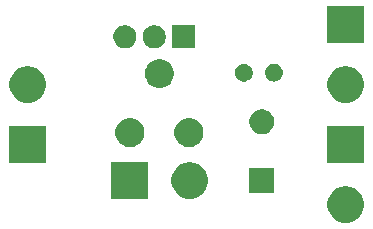
<source format=gbr>
G04 #@! TF.GenerationSoftware,KiCad,Pcbnew,(5.1.2)-2*
G04 #@! TF.CreationDate,2019-08-28T16:57:34+07:00*
G04 #@! TF.ProjectId,regulator_clock,72656775-6c61-4746-9f72-5f636c6f636b,rev?*
G04 #@! TF.SameCoordinates,Original*
G04 #@! TF.FileFunction,Soldermask,Top*
G04 #@! TF.FilePolarity,Negative*
%FSLAX46Y46*%
G04 Gerber Fmt 4.6, Leading zero omitted, Abs format (unit mm)*
G04 Created by KiCad (PCBNEW (5.1.2)-2) date 2019-08-28 16:57:34*
%MOMM*%
%LPD*%
G04 APERTURE LIST*
%ADD10C,0.100000*%
G04 APERTURE END LIST*
D10*
G36*
X116126585Y-87886802D02*
G01*
X116276410Y-87916604D01*
X116558674Y-88033521D01*
X116812705Y-88203259D01*
X117028741Y-88419295D01*
X117198479Y-88673326D01*
X117315396Y-88955590D01*
X117375000Y-89255240D01*
X117375000Y-89560760D01*
X117315396Y-89860410D01*
X117198479Y-90142674D01*
X117028741Y-90396705D01*
X116812705Y-90612741D01*
X116558674Y-90782479D01*
X116276410Y-90899396D01*
X116126585Y-90929198D01*
X115976761Y-90959000D01*
X115671239Y-90959000D01*
X115521415Y-90929198D01*
X115371590Y-90899396D01*
X115089326Y-90782479D01*
X114835295Y-90612741D01*
X114619259Y-90396705D01*
X114449521Y-90142674D01*
X114332604Y-89860410D01*
X114273000Y-89560760D01*
X114273000Y-89255240D01*
X114332604Y-88955590D01*
X114449521Y-88673326D01*
X114619259Y-88419295D01*
X114835295Y-88203259D01*
X115089326Y-88033521D01*
X115371590Y-87916604D01*
X115521415Y-87886802D01*
X115671239Y-87857000D01*
X115976761Y-87857000D01*
X116126585Y-87886802D01*
X116126585Y-87886802D01*
G37*
G36*
X102918585Y-85854802D02*
G01*
X103068410Y-85884604D01*
X103350674Y-86001521D01*
X103604705Y-86171259D01*
X103820741Y-86387295D01*
X103990479Y-86641326D01*
X104107396Y-86923590D01*
X104167000Y-87223240D01*
X104167000Y-87528760D01*
X104107396Y-87828410D01*
X103990479Y-88110674D01*
X103820741Y-88364705D01*
X103604705Y-88580741D01*
X103350674Y-88750479D01*
X103068410Y-88867396D01*
X102918585Y-88897198D01*
X102768761Y-88927000D01*
X102463239Y-88927000D01*
X102313415Y-88897198D01*
X102163590Y-88867396D01*
X101881326Y-88750479D01*
X101627295Y-88580741D01*
X101411259Y-88364705D01*
X101241521Y-88110674D01*
X101124604Y-87828410D01*
X101065000Y-87528760D01*
X101065000Y-87223240D01*
X101124604Y-86923590D01*
X101241521Y-86641326D01*
X101411259Y-86387295D01*
X101627295Y-86171259D01*
X101881326Y-86001521D01*
X102163590Y-85884604D01*
X102313415Y-85854802D01*
X102463239Y-85825000D01*
X102768761Y-85825000D01*
X102918585Y-85854802D01*
X102918585Y-85854802D01*
G37*
G36*
X99087000Y-88927000D02*
G01*
X95985000Y-88927000D01*
X95985000Y-85825000D01*
X99087000Y-85825000D01*
X99087000Y-88927000D01*
X99087000Y-88927000D01*
G37*
G36*
X109763000Y-88427000D02*
G01*
X107661000Y-88427000D01*
X107661000Y-86325000D01*
X109763000Y-86325000D01*
X109763000Y-88427000D01*
X109763000Y-88427000D01*
G37*
G36*
X117375000Y-85879000D02*
G01*
X114273000Y-85879000D01*
X114273000Y-82777000D01*
X117375000Y-82777000D01*
X117375000Y-85879000D01*
X117375000Y-85879000D01*
G37*
G36*
X90451000Y-85879000D02*
G01*
X87349000Y-85879000D01*
X87349000Y-82777000D01*
X90451000Y-82777000D01*
X90451000Y-85879000D01*
X90451000Y-85879000D01*
G37*
G36*
X102774205Y-82114461D02*
G01*
X102892153Y-82137922D01*
X102984194Y-82176047D01*
X103114359Y-82229963D01*
X103314342Y-82363587D01*
X103484413Y-82533658D01*
X103618037Y-82733641D01*
X103710078Y-82955848D01*
X103757000Y-83191741D01*
X103757000Y-83432259D01*
X103710078Y-83668152D01*
X103618037Y-83890359D01*
X103484413Y-84090342D01*
X103314342Y-84260413D01*
X103114359Y-84394037D01*
X102984194Y-84447953D01*
X102892153Y-84486078D01*
X102774205Y-84509539D01*
X102656259Y-84533000D01*
X102415741Y-84533000D01*
X102297795Y-84509539D01*
X102179847Y-84486078D01*
X102087806Y-84447953D01*
X101957641Y-84394037D01*
X101757658Y-84260413D01*
X101587587Y-84090342D01*
X101453963Y-83890359D01*
X101361922Y-83668152D01*
X101315000Y-83432259D01*
X101315000Y-83191741D01*
X101361922Y-82955848D01*
X101453963Y-82733641D01*
X101587587Y-82533658D01*
X101757658Y-82363587D01*
X101957641Y-82229963D01*
X102087806Y-82176047D01*
X102179847Y-82137922D01*
X102297795Y-82114461D01*
X102415741Y-82091000D01*
X102656259Y-82091000D01*
X102774205Y-82114461D01*
X102774205Y-82114461D01*
G37*
G36*
X97774205Y-82114461D02*
G01*
X97892153Y-82137922D01*
X97984194Y-82176047D01*
X98114359Y-82229963D01*
X98314342Y-82363587D01*
X98484413Y-82533658D01*
X98618037Y-82733641D01*
X98710078Y-82955848D01*
X98757000Y-83191741D01*
X98757000Y-83432259D01*
X98710078Y-83668152D01*
X98618037Y-83890359D01*
X98484413Y-84090342D01*
X98314342Y-84260413D01*
X98114359Y-84394037D01*
X97984194Y-84447953D01*
X97892153Y-84486078D01*
X97774205Y-84509539D01*
X97656259Y-84533000D01*
X97415741Y-84533000D01*
X97297795Y-84509539D01*
X97179847Y-84486078D01*
X97087806Y-84447953D01*
X96957641Y-84394037D01*
X96757658Y-84260413D01*
X96587587Y-84090342D01*
X96453963Y-83890359D01*
X96361922Y-83668152D01*
X96315000Y-83432259D01*
X96315000Y-83191741D01*
X96361922Y-82955848D01*
X96453963Y-82733641D01*
X96587587Y-82533658D01*
X96757658Y-82363587D01*
X96957641Y-82229963D01*
X97087806Y-82176047D01*
X97179847Y-82137922D01*
X97297795Y-82114461D01*
X97415741Y-82091000D01*
X97656259Y-82091000D01*
X97774205Y-82114461D01*
X97774205Y-82114461D01*
G37*
G36*
X109018564Y-81365389D02*
G01*
X109209833Y-81444615D01*
X109209835Y-81444616D01*
X109381973Y-81559635D01*
X109528365Y-81706027D01*
X109643385Y-81878167D01*
X109722611Y-82069436D01*
X109763000Y-82272484D01*
X109763000Y-82479516D01*
X109722611Y-82682564D01*
X109701454Y-82733641D01*
X109643384Y-82873835D01*
X109528365Y-83045973D01*
X109381973Y-83192365D01*
X109209835Y-83307384D01*
X109209834Y-83307385D01*
X109209833Y-83307385D01*
X109018564Y-83386611D01*
X108815516Y-83427000D01*
X108608484Y-83427000D01*
X108405436Y-83386611D01*
X108214167Y-83307385D01*
X108214166Y-83307385D01*
X108214165Y-83307384D01*
X108042027Y-83192365D01*
X107895635Y-83045973D01*
X107780616Y-82873835D01*
X107722546Y-82733641D01*
X107701389Y-82682564D01*
X107661000Y-82479516D01*
X107661000Y-82272484D01*
X107701389Y-82069436D01*
X107780615Y-81878167D01*
X107895635Y-81706027D01*
X108042027Y-81559635D01*
X108214165Y-81444616D01*
X108214167Y-81444615D01*
X108405436Y-81365389D01*
X108608484Y-81325000D01*
X108815516Y-81325000D01*
X109018564Y-81365389D01*
X109018564Y-81365389D01*
G37*
G36*
X89202585Y-77726802D02*
G01*
X89352410Y-77756604D01*
X89634674Y-77873521D01*
X89888705Y-78043259D01*
X90104741Y-78259295D01*
X90274479Y-78513326D01*
X90391396Y-78795590D01*
X90451000Y-79095240D01*
X90451000Y-79400760D01*
X90391396Y-79700410D01*
X90274479Y-79982674D01*
X90104741Y-80236705D01*
X89888705Y-80452741D01*
X89634674Y-80622479D01*
X89352410Y-80739396D01*
X89202585Y-80769198D01*
X89052761Y-80799000D01*
X88747239Y-80799000D01*
X88597415Y-80769198D01*
X88447590Y-80739396D01*
X88165326Y-80622479D01*
X87911295Y-80452741D01*
X87695259Y-80236705D01*
X87525521Y-79982674D01*
X87408604Y-79700410D01*
X87349000Y-79400760D01*
X87349000Y-79095240D01*
X87408604Y-78795590D01*
X87525521Y-78513326D01*
X87695259Y-78259295D01*
X87911295Y-78043259D01*
X88165326Y-77873521D01*
X88447590Y-77756604D01*
X88597415Y-77726802D01*
X88747239Y-77697000D01*
X89052761Y-77697000D01*
X89202585Y-77726802D01*
X89202585Y-77726802D01*
G37*
G36*
X116126585Y-77726802D02*
G01*
X116276410Y-77756604D01*
X116558674Y-77873521D01*
X116812705Y-78043259D01*
X117028741Y-78259295D01*
X117198479Y-78513326D01*
X117315396Y-78795590D01*
X117375000Y-79095240D01*
X117375000Y-79400760D01*
X117315396Y-79700410D01*
X117198479Y-79982674D01*
X117028741Y-80236705D01*
X116812705Y-80452741D01*
X116558674Y-80622479D01*
X116276410Y-80739396D01*
X116126585Y-80769198D01*
X115976761Y-80799000D01*
X115671239Y-80799000D01*
X115521415Y-80769198D01*
X115371590Y-80739396D01*
X115089326Y-80622479D01*
X114835295Y-80452741D01*
X114619259Y-80236705D01*
X114449521Y-79982674D01*
X114332604Y-79700410D01*
X114273000Y-79400760D01*
X114273000Y-79095240D01*
X114332604Y-78795590D01*
X114449521Y-78513326D01*
X114619259Y-78259295D01*
X114835295Y-78043259D01*
X115089326Y-77873521D01*
X115371590Y-77756604D01*
X115521415Y-77726802D01*
X115671239Y-77697000D01*
X115976761Y-77697000D01*
X116126585Y-77726802D01*
X116126585Y-77726802D01*
G37*
G36*
X100392153Y-77137922D02*
G01*
X100484194Y-77176047D01*
X100614359Y-77229963D01*
X100814342Y-77363587D01*
X100984413Y-77533658D01*
X101118037Y-77733641D01*
X101150804Y-77812748D01*
X101210078Y-77955847D01*
X101227465Y-78043259D01*
X101257000Y-78191741D01*
X101257000Y-78432259D01*
X101233539Y-78550205D01*
X101210078Y-78668153D01*
X101192440Y-78710735D01*
X101118037Y-78890359D01*
X100984413Y-79090342D01*
X100814342Y-79260413D01*
X100614359Y-79394037D01*
X100484194Y-79447953D01*
X100392153Y-79486078D01*
X100274205Y-79509539D01*
X100156259Y-79533000D01*
X99915741Y-79533000D01*
X99797795Y-79509539D01*
X99679847Y-79486078D01*
X99587806Y-79447953D01*
X99457641Y-79394037D01*
X99257658Y-79260413D01*
X99087587Y-79090342D01*
X98953963Y-78890359D01*
X98879560Y-78710735D01*
X98861922Y-78668153D01*
X98838461Y-78550205D01*
X98815000Y-78432259D01*
X98815000Y-78191741D01*
X98844535Y-78043259D01*
X98861922Y-77955847D01*
X98921196Y-77812748D01*
X98953963Y-77733641D01*
X99087587Y-77533658D01*
X99257658Y-77363587D01*
X99457641Y-77229963D01*
X99587806Y-77176047D01*
X99679847Y-77137922D01*
X99915741Y-77091000D01*
X100156259Y-77091000D01*
X100392153Y-77137922D01*
X100392153Y-77137922D01*
G37*
G36*
X109801665Y-77484622D02*
G01*
X109875222Y-77491867D01*
X110016786Y-77534810D01*
X110147252Y-77604546D01*
X110177040Y-77628992D01*
X110261607Y-77698393D01*
X110309378Y-77756604D01*
X110355454Y-77812748D01*
X110425190Y-77943214D01*
X110468133Y-78084778D01*
X110482633Y-78232000D01*
X110468133Y-78379222D01*
X110425190Y-78520786D01*
X110355454Y-78651252D01*
X110331008Y-78681040D01*
X110261607Y-78765607D01*
X110201004Y-78815341D01*
X110147252Y-78859454D01*
X110016786Y-78929190D01*
X109875222Y-78972133D01*
X109801665Y-78979378D01*
X109764888Y-78983000D01*
X109691112Y-78983000D01*
X109654335Y-78979378D01*
X109580778Y-78972133D01*
X109439214Y-78929190D01*
X109308748Y-78859454D01*
X109254996Y-78815341D01*
X109194393Y-78765607D01*
X109124992Y-78681040D01*
X109100546Y-78651252D01*
X109030810Y-78520786D01*
X108987867Y-78379222D01*
X108973367Y-78232000D01*
X108987867Y-78084778D01*
X109030810Y-77943214D01*
X109100546Y-77812748D01*
X109146622Y-77756604D01*
X109194393Y-77698393D01*
X109278960Y-77628992D01*
X109308748Y-77604546D01*
X109439214Y-77534810D01*
X109580778Y-77491867D01*
X109654335Y-77484622D01*
X109691112Y-77481000D01*
X109764888Y-77481000D01*
X109801665Y-77484622D01*
X109801665Y-77484622D01*
G37*
G36*
X107407059Y-77509860D02*
G01*
X107467294Y-77534810D01*
X107543732Y-77566472D01*
X107666735Y-77648660D01*
X107771340Y-77753265D01*
X107853528Y-77876268D01*
X107853529Y-77876270D01*
X107910140Y-78012941D01*
X107939000Y-78158032D01*
X107939000Y-78305968D01*
X107910140Y-78451059D01*
X107853528Y-78587732D01*
X107771340Y-78710735D01*
X107666735Y-78815340D01*
X107543732Y-78897528D01*
X107543731Y-78897529D01*
X107543730Y-78897529D01*
X107407059Y-78954140D01*
X107261968Y-78983000D01*
X107114032Y-78983000D01*
X106968941Y-78954140D01*
X106832270Y-78897529D01*
X106832269Y-78897529D01*
X106832268Y-78897528D01*
X106709265Y-78815340D01*
X106604660Y-78710735D01*
X106522472Y-78587732D01*
X106465860Y-78451059D01*
X106437000Y-78305968D01*
X106437000Y-78158032D01*
X106465860Y-78012941D01*
X106522471Y-77876270D01*
X106522472Y-77876268D01*
X106604660Y-77753265D01*
X106709265Y-77648660D01*
X106832268Y-77566472D01*
X106908707Y-77534810D01*
X106968941Y-77509860D01*
X107114032Y-77481000D01*
X107261968Y-77481000D01*
X107407059Y-77509860D01*
X107407059Y-77509860D01*
G37*
G36*
X103084000Y-76160000D02*
G01*
X101132000Y-76160000D01*
X101132000Y-74208000D01*
X103084000Y-74208000D01*
X103084000Y-76160000D01*
X103084000Y-76160000D01*
G37*
G36*
X99892687Y-74245507D02*
G01*
X99892690Y-74245508D01*
X99892689Y-74245508D01*
X100070309Y-74319080D01*
X100070310Y-74319081D01*
X100230161Y-74425889D01*
X100366111Y-74561839D01*
X100455158Y-74695109D01*
X100472920Y-74721691D01*
X100529825Y-74859073D01*
X100546493Y-74899313D01*
X100584000Y-75087871D01*
X100584000Y-75280129D01*
X100546493Y-75468687D01*
X100546492Y-75468689D01*
X100472920Y-75646309D01*
X100472919Y-75646310D01*
X100366111Y-75806161D01*
X100230161Y-75942111D01*
X100096891Y-76031158D01*
X100070309Y-76048920D01*
X99932927Y-76105825D01*
X99892687Y-76122493D01*
X99704129Y-76160000D01*
X99511871Y-76160000D01*
X99323313Y-76122493D01*
X99283073Y-76105825D01*
X99145691Y-76048920D01*
X99119109Y-76031158D01*
X98985839Y-75942111D01*
X98849889Y-75806161D01*
X98743081Y-75646310D01*
X98743080Y-75646309D01*
X98669508Y-75468689D01*
X98669507Y-75468687D01*
X98632000Y-75280129D01*
X98632000Y-75087871D01*
X98669507Y-74899313D01*
X98686175Y-74859073D01*
X98743080Y-74721691D01*
X98760842Y-74695109D01*
X98849889Y-74561839D01*
X98985839Y-74425889D01*
X99145690Y-74319081D01*
X99145691Y-74319080D01*
X99323311Y-74245508D01*
X99323310Y-74245508D01*
X99323313Y-74245507D01*
X99511871Y-74208000D01*
X99704129Y-74208000D01*
X99892687Y-74245507D01*
X99892687Y-74245507D01*
G37*
G36*
X97392687Y-74245507D02*
G01*
X97392690Y-74245508D01*
X97392689Y-74245508D01*
X97570309Y-74319080D01*
X97570310Y-74319081D01*
X97730161Y-74425889D01*
X97866111Y-74561839D01*
X97955158Y-74695109D01*
X97972920Y-74721691D01*
X98029825Y-74859073D01*
X98046493Y-74899313D01*
X98084000Y-75087871D01*
X98084000Y-75280129D01*
X98046493Y-75468687D01*
X98046492Y-75468689D01*
X97972920Y-75646309D01*
X97972919Y-75646310D01*
X97866111Y-75806161D01*
X97730161Y-75942111D01*
X97596891Y-76031158D01*
X97570309Y-76048920D01*
X97432927Y-76105825D01*
X97392687Y-76122493D01*
X97204129Y-76160000D01*
X97011871Y-76160000D01*
X96823313Y-76122493D01*
X96783073Y-76105825D01*
X96645691Y-76048920D01*
X96619109Y-76031158D01*
X96485839Y-75942111D01*
X96349889Y-75806161D01*
X96243081Y-75646310D01*
X96243080Y-75646309D01*
X96169508Y-75468689D01*
X96169507Y-75468687D01*
X96132000Y-75280129D01*
X96132000Y-75087871D01*
X96169507Y-74899313D01*
X96186175Y-74859073D01*
X96243080Y-74721691D01*
X96260842Y-74695109D01*
X96349889Y-74561839D01*
X96485839Y-74425889D01*
X96645690Y-74319081D01*
X96645691Y-74319080D01*
X96823311Y-74245508D01*
X96823310Y-74245508D01*
X96823313Y-74245507D01*
X97011871Y-74208000D01*
X97204129Y-74208000D01*
X97392687Y-74245507D01*
X97392687Y-74245507D01*
G37*
G36*
X117375000Y-75719000D02*
G01*
X114273000Y-75719000D01*
X114273000Y-72617000D01*
X117375000Y-72617000D01*
X117375000Y-75719000D01*
X117375000Y-75719000D01*
G37*
M02*

</source>
